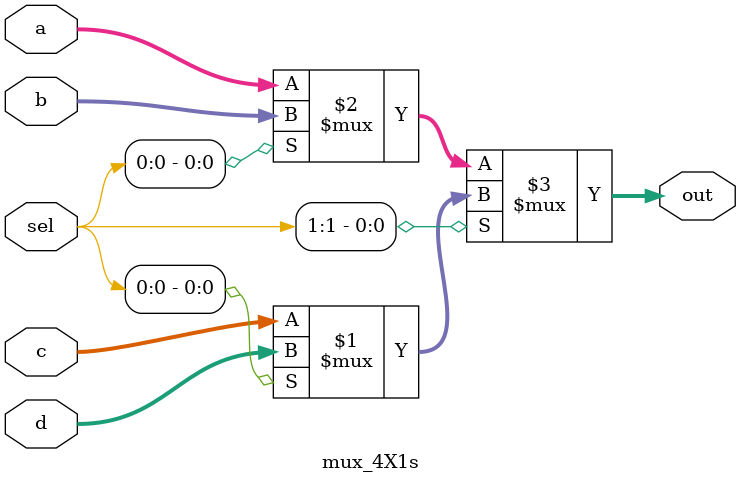
<source format=v>
module mux_4X1s (a, b, c, d, sel, out);
   input [3:0] a,b,c,d;
   input [1:0] sel;
   output [3:0] out;
	
	assign out = sel[1] ? (sel[0]?d:c):(sel[0]?b:a);
   
endmodule 
</source>
